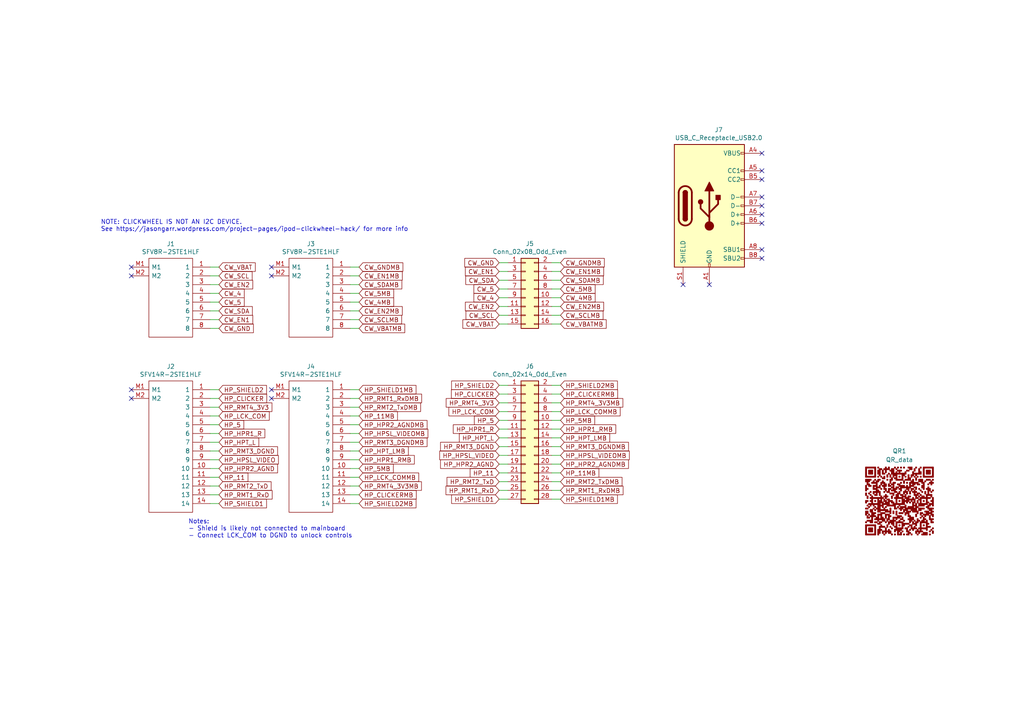
<source format=kicad_sch>
(kicad_sch (version 20211123) (generator eeschema)
  (paper "A4")
  (title_block (title "iPod 4th Gen Clickwheel Breakout") (date "${DATE}") (rev "${REVISION}"))
  (lib_symbols
    (symbol "Connector:USB_C_Receptacle_USB2.0" (pin_names (offset 1.016))
      (property "Reference" "J" (at -10.16 19.05 0))
      (property "Value" "USB_C_Receptacle_USB2.0" (at 19.05 19.05 0))
      (symbol "USB_C_Receptacle_USB2.0_1_1"
        (pin passive line (at 0 -22.86 90) (length 5.08) (name "GND") (number "A1"))
        (pin passive line (at 0 -22.86 90) (length 5.08) hide (name "GND") (number "A12"))
        (pin passive line (at 15.24 15.24 180) (length 5.08) (name "VBUS") (number "A4"))
        (pin bidirectional line (at 15.24 10.16 180) (length 5.08) (name "CC1") (number "A5"))
        (pin bidirectional line (at 15.24 -2.54 180) (length 5.08) (name "D+") (number "A6"))
        (pin bidirectional line (at 15.24 2.54 180) (length 5.08) (name "D-") (number "A7"))
        (pin bidirectional line (at 15.24 -12.7 180) (length 5.08) (name "SBU1") (number "A8"))
        (pin passive line (at 15.24 15.24 180) (length 5.08) hide (name "VBUS") (number "A9"))
        (pin passive line (at 0 -22.86 90) (length 5.08) hide (name "GND") (number "B1"))
        (pin passive line (at 0 -22.86 90) (length 5.08) hide (name "GND") (number "B12"))
        (pin passive line (at 15.24 15.24 180) (length 5.08) hide (name "VBUS") (number "B4"))
        (pin bidirectional line (at 15.24 7.62 180) (length 5.08) (name "CC2") (number "B5"))
        (pin bidirectional line (at 15.24 -5.08 180) (length 5.08) (name "D+") (number "B6"))
        (pin bidirectional line (at 15.24 0 180) (length 5.08) (name "D-") (number "B7"))
        (pin bidirectional line (at 15.24 -15.24 180) (length 5.08) (name "SBU2") (number "B8"))
        (pin passive line (at 15.24 15.24 180) (length 5.08) hide (name "VBUS") (number "B9"))
        (pin passive line (at -7.62 -22.86 90) (length 5.08) (name "SHIELD") (number "S1"))
      )
    )
    (symbol "Connector_Generic:Conn_02x08_Odd_Even" (pin_names (offset 1.016) hide)
      (property "Reference" "J" (at 1.27 10.16 0))
      (property "Value" "Conn_02x08_Odd_Even" (at 1.27 -12.7 0))
      (symbol "Conn_02x08_Odd_Even_1_1"
        (pin passive line (at -5.08 7.62 0) (length 3.81) (name "Pin_1") (number "1"))
        (pin passive line (at 7.62 -2.54 180) (length 3.81) (name "Pin_10") (number "10"))
        (pin passive line (at -5.08 -5.08 0) (length 3.81) (name "Pin_11") (number "11"))
        (pin passive line (at 7.62 -5.08 180) (length 3.81) (name "Pin_12") (number "12"))
        (pin passive line (at -5.08 -7.62 0) (length 3.81) (name "Pin_13") (number "13"))
        (pin passive line (at 7.62 -7.62 180) (length 3.81) (name "Pin_14") (number "14"))
        (pin passive line (at -5.08 -10.16 0) (length 3.81) (name "Pin_15") (number "15"))
        (pin passive line (at 7.62 -10.16 180) (length 3.81) (name "Pin_16") (number "16"))
        (pin passive line (at 7.62 7.62 180) (length 3.81) (name "Pin_2") (number "2"))
        (pin passive line (at -5.08 5.08 0) (length 3.81) (name "Pin_3") (number "3"))
        (pin passive line (at 7.62 5.08 180) (length 3.81) (name "Pin_4") (number "4"))
        (pin passive line (at -5.08 2.54 0) (length 3.81) (name "Pin_5") (number "5"))
        (pin passive line (at 7.62 2.54 180) (length 3.81) (name "Pin_6") (number "6"))
        (pin passive line (at -5.08 0 0) (length 3.81) (name "Pin_7") (number "7"))
        (pin passive line (at 7.62 0 180) (length 3.81) (name "Pin_8") (number "8"))
        (pin passive line (at -5.08 -2.54 0) (length 3.81) (name "Pin_9") (number "9"))
      )
    )
    (symbol "Connector_Generic:Conn_02x14_Odd_Even" (pin_names (offset 1.016) hide)
      (property "Reference" "J" (at 1.27 17.78 0))
      (property "Value" "Conn_02x14_Odd_Even" (at 1.27 -20.32 0))
      (symbol "Conn_02x14_Odd_Even_1_1"
        (pin passive line (at -5.08 15.24 0) (length 3.81) (name "Pin_1") (number "1"))
        (pin passive line (at 7.62 5.08 180) (length 3.81) (name "Pin_10") (number "10"))
        (pin passive line (at -5.08 2.54 0) (length 3.81) (name "Pin_11") (number "11"))
        (pin passive line (at 7.62 2.54 180) (length 3.81) (name "Pin_12") (number "12"))
        (pin passive line (at -5.08 0 0) (length 3.81) (name "Pin_13") (number "13"))
        (pin passive line (at 7.62 0 180) (length 3.81) (name "Pin_14") (number "14"))
        (pin passive line (at -5.08 -2.54 0) (length 3.81) (name "Pin_15") (number "15"))
        (pin passive line (at 7.62 -2.54 180) (length 3.81) (name "Pin_16") (number "16"))
        (pin passive line (at -5.08 -5.08 0) (length 3.81) (name "Pin_17") (number "17"))
        (pin passive line (at 7.62 -5.08 180) (length 3.81) (name "Pin_18") (number "18"))
        (pin passive line (at -5.08 -7.62 0) (length 3.81) (name "Pin_19") (number "19"))
        (pin passive line (at 7.62 15.24 180) (length 3.81) (name "Pin_2") (number "2"))
        (pin passive line (at 7.62 -7.62 180) (length 3.81) (name "Pin_20") (number "20"))
        (pin passive line (at -5.08 -10.16 0) (length 3.81) (name "Pin_21") (number "21"))
        (pin passive line (at 7.62 -10.16 180) (length 3.81) (name "Pin_22") (number "22"))
        (pin passive line (at -5.08 -12.7 0) (length 3.81) (name "Pin_23") (number "23"))
        (pin passive line (at 7.62 -12.7 180) (length 3.81) (name "Pin_24") (number "24"))
        (pin passive line (at -5.08 -15.24 0) (length 3.81) (name "Pin_25") (number "25"))
        (pin passive line (at 7.62 -15.24 180) (length 3.81) (name "Pin_26") (number "26"))
        (pin passive line (at -5.08 -17.78 0) (length 3.81) (name "Pin_27") (number "27"))
        (pin passive line (at 7.62 -17.78 180) (length 3.81) (name "Pin_28") (number "28"))
        (pin passive line (at -5.08 12.7 0) (length 3.81) (name "Pin_3") (number "3"))
        (pin passive line (at 7.62 12.7 180) (length 3.81) (name "Pin_4") (number "4"))
        (pin passive line (at -5.08 10.16 0) (length 3.81) (name "Pin_5") (number "5"))
        (pin passive line (at 7.62 10.16 180) (length 3.81) (name "Pin_6") (number "6"))
        (pin passive line (at -5.08 7.62 0) (length 3.81) (name "Pin_7") (number "7"))
        (pin passive line (at 7.62 7.62 180) (length 3.81) (name "Pin_8") (number "8"))
        (pin passive line (at -5.08 5.08 0) (length 3.81) (name "Pin_9") (number "9"))
      )
    )
    (symbol "QR:QR_data" (pin_numbers hide) (pin_names hide) (in_bom no)
      (property "Reference" "#QR" (at 0 11.25 0))
      (property "Value" "QR_data" (at 0 -11.25 0))
    )
    (symbol "gigahawk:SFV14R-2STE1HLF" (pin_names (offset 0.762))
      (property "Reference" "J" (at 19.05 7.62 0))
      (property "Value" "SFV14R-2STE1HLF" (at 19.05 5.08 0))
      (symbol "SFV14R-2STE1HLF_0_0"
        (pin passive line (at 22.86 0 180) (length 5.08) (name "1") (number "1"))
        (pin passive line (at 22.86 -22.86 180) (length 5.08) (name "10") (number "10"))
        (pin passive line (at 22.86 -25.4 180) (length 5.08) (name "11") (number "11"))
        (pin passive line (at 22.86 -27.94 180) (length 5.08) (name "12") (number "12"))
        (pin passive line (at 22.86 -30.48 180) (length 5.08) (name "13") (number "13"))
        (pin passive line (at 22.86 -33.02 180) (length 5.08) (name "14") (number "14"))
        (pin passive line (at 22.86 -2.54 180) (length 5.08) (name "2") (number "2"))
        (pin passive line (at 22.86 -5.08 180) (length 5.08) (name "3") (number "3"))
        (pin passive line (at 22.86 -7.62 180) (length 5.08) (name "4") (number "4"))
        (pin passive line (at 22.86 -10.16 180) (length 5.08) (name "5") (number "5"))
        (pin passive line (at 22.86 -12.7 180) (length 5.08) (name "6") (number "6"))
        (pin passive line (at 22.86 -15.24 180) (length 5.08) (name "7") (number "7"))
        (pin passive line (at 22.86 -17.78 180) (length 5.08) (name "8") (number "8"))
        (pin passive line (at 22.86 -20.32 180) (length 5.08) (name "9") (number "9"))
        (pin passive line (at 0 0 0) (length 5.08) (name "M1") (number "M1"))
        (pin passive line (at 0 -2.54 0) (length 5.08) (name "M2") (number "M2"))
      )
    )
    (symbol "gigahawk:SFV8R-2STE1HLF" (pin_names (offset 0.762))
      (property "Reference" "J" (at 19.05 7.62 0))
      (property "Value" "SFV8R-2STE1HLF" (at 19.05 5.08 0))
      (symbol "SFV8R-2STE1HLF_0_0"
        (pin passive line (at 22.86 0 180) (length 5.08) (name "1") (number "1"))
        (pin passive line (at 22.86 -2.54 180) (length 5.08) (name "2") (number "2"))
        (pin passive line (at 22.86 -5.08 180) (length 5.08) (name "3") (number "3"))
        (pin passive line (at 22.86 -7.62 180) (length 5.08) (name "4") (number "4"))
        (pin passive line (at 22.86 -10.16 180) (length 5.08) (name "5") (number "5"))
        (pin passive line (at 22.86 -12.7 180) (length 5.08) (name "6") (number "6"))
        (pin passive line (at 22.86 -15.24 180) (length 5.08) (name "7") (number "7"))
        (pin passive line (at 22.86 -17.78 180) (length 5.08) (name "8") (number "8"))
        (pin passive line (at 0 0 0) (length 5.08) (name "M1") (number "M1"))
        (pin passive line (at 0 -2.54 0) (length 5.08) (name "M2") (number "M2"))
      )
    )
  )
  (no_connect (at 78.74 77.47))
  (no_connect (at 78.74 80.01))
  (no_connect (at 38.1 113.03))
  (no_connect (at 220.98 62.23))
  (no_connect (at 220.98 72.39))
  (no_connect (at 220.98 57.15))
  (no_connect (at 220.98 74.93))
  (no_connect (at 38.1 77.47))
  (no_connect (at 78.74 113.03))
  (no_connect (at 198.12 82.55))
  (no_connect (at 38.1 115.57))
  (no_connect (at 205.74 82.55))
  (no_connect (at 220.98 52.07))
  (no_connect (at 220.98 59.69))
  (no_connect (at 220.98 49.53))
  (no_connect (at 78.74 115.57))
  (no_connect (at 220.98 64.77))
  (no_connect (at 220.98 44.45))
  (no_connect (at 38.1 80.01))
  (wire (pts (xy 60.96 90.17) (xy 63.5 90.17)))
  (wire (pts (xy 60.96 146.05) (xy 63.5 146.05)))
  (wire (pts (xy 60.96 135.89) (xy 63.5 135.89)))
  (wire (pts (xy 160.02 114.3) (xy 162.56 114.3)))
  (wire (pts (xy 60.96 143.51) (xy 63.5 143.51)))
  (wire (pts (xy 101.6 85.09) (xy 104.14 85.09)))
  (wire (pts (xy 147.32 132.08) (xy 144.78 132.08)))
  (wire (pts (xy 160.02 116.84) (xy 162.56 116.84)))
  (wire (pts (xy 101.6 90.17) (xy 104.14 90.17)))
  (wire (pts (xy 101.6 125.73) (xy 104.14 125.73)))
  (wire (pts (xy 101.6 123.19) (xy 104.14 123.19)))
  (wire (pts (xy 147.32 114.3) (xy 144.78 114.3)))
  (wire (pts (xy 101.6 143.51) (xy 104.14 143.51)))
  (wire (pts (xy 160.02 132.08) (xy 162.56 132.08)))
  (wire (pts (xy 101.6 128.27) (xy 104.14 128.27)))
  (wire (pts (xy 147.32 121.92) (xy 144.78 121.92)))
  (wire (pts (xy 101.6 130.81) (xy 104.14 130.81)))
  (wire (pts (xy 147.32 137.16) (xy 144.78 137.16)))
  (wire (pts (xy 147.32 129.54) (xy 144.78 129.54)))
  (wire (pts (xy 101.6 133.35) (xy 104.14 133.35)))
  (wire (pts (xy 60.96 130.81) (xy 63.5 130.81)))
  (wire (pts (xy 160.02 144.78) (xy 162.56 144.78)))
  (wire (pts (xy 60.96 140.97) (xy 63.5 140.97)))
  (wire (pts (xy 160.02 137.16) (xy 162.56 137.16)))
  (wire (pts (xy 60.96 92.71) (xy 63.5 92.71)))
  (wire (pts (xy 147.32 78.74) (xy 144.78 78.74)))
  (wire (pts (xy 147.32 134.62) (xy 144.78 134.62)))
  (wire (pts (xy 101.6 113.03) (xy 104.14 113.03)))
  (wire (pts (xy 60.96 80.01) (xy 63.5 80.01)))
  (wire (pts (xy 60.96 118.11) (xy 63.5 118.11)))
  (wire (pts (xy 147.32 91.44) (xy 144.78 91.44)))
  (wire (pts (xy 147.32 76.2) (xy 144.78 76.2)))
  (wire (pts (xy 147.32 83.82) (xy 144.78 83.82)))
  (wire (pts (xy 60.96 85.09) (xy 63.5 85.09)))
  (wire (pts (xy 147.32 127) (xy 144.78 127)))
  (wire (pts (xy 160.02 129.54) (xy 162.56 129.54)))
  (wire (pts (xy 101.6 87.63) (xy 104.14 87.63)))
  (wire (pts (xy 101.6 138.43) (xy 104.14 138.43)))
  (wire (pts (xy 147.32 116.84) (xy 144.78 116.84)))
  (wire (pts (xy 160.02 81.28) (xy 162.56 81.28)))
  (wire (pts (xy 101.6 146.05) (xy 104.14 146.05)))
  (wire (pts (xy 147.32 119.38) (xy 144.78 119.38)))
  (wire (pts (xy 60.96 115.57) (xy 63.5 115.57)))
  (wire (pts (xy 60.96 133.35) (xy 63.5 133.35)))
  (wire (pts (xy 101.6 140.97) (xy 104.14 140.97)))
  (wire (pts (xy 147.32 139.7) (xy 144.78 139.7)))
  (wire (pts (xy 160.02 119.38) (xy 162.56 119.38)))
  (wire (pts (xy 147.32 88.9) (xy 144.78 88.9)))
  (wire (pts (xy 160.02 111.76) (xy 162.56 111.76)))
  (wire (pts (xy 160.02 88.9) (xy 162.56 88.9)))
  (wire (pts (xy 60.96 87.63) (xy 63.5 87.63)))
  (wire (pts (xy 60.96 120.65) (xy 63.5 120.65)))
  (wire (pts (xy 160.02 93.98) (xy 162.56 93.98)))
  (wire (pts (xy 60.96 128.27) (xy 63.5 128.27)))
  (wire (pts (xy 60.96 82.55) (xy 63.5 82.55)))
  (wire (pts (xy 147.32 93.98) (xy 144.78 93.98)))
  (wire (pts (xy 147.32 142.24) (xy 144.78 142.24)))
  (wire (pts (xy 101.6 115.57) (xy 104.14 115.57)))
  (wire (pts (xy 60.96 125.73) (xy 63.5 125.73)))
  (wire (pts (xy 101.6 118.11) (xy 104.14 118.11)))
  (wire (pts (xy 101.6 120.65) (xy 104.14 120.65)))
  (wire (pts (xy 160.02 127) (xy 162.56 127)))
  (wire (pts (xy 147.32 86.36) (xy 144.78 86.36)))
  (wire (pts (xy 160.02 76.2) (xy 162.56 76.2)))
  (wire (pts (xy 60.96 113.03) (xy 63.5 113.03)))
  (wire (pts (xy 60.96 138.43) (xy 63.5 138.43)))
  (wire (pts (xy 160.02 139.7) (xy 162.56 139.7)))
  (wire (pts (xy 160.02 142.24) (xy 162.56 142.24)))
  (wire (pts (xy 160.02 134.62) (xy 162.56 134.62)))
  (wire (pts (xy 101.6 95.25) (xy 104.14 95.25)))
  (wire (pts (xy 101.6 77.47) (xy 104.14 77.47)))
  (wire (pts (xy 147.32 144.78) (xy 144.78 144.78)))
  (wire (pts (xy 160.02 121.92) (xy 162.56 121.92)))
  (wire (pts (xy 147.32 81.28) (xy 144.78 81.28)))
  (wire (pts (xy 60.96 77.47) (xy 63.5 77.47)))
  (wire (pts (xy 147.32 124.46) (xy 144.78 124.46)))
  (wire (pts (xy 160.02 91.44) (xy 162.56 91.44)))
  (wire (pts (xy 60.96 123.19) (xy 63.5 123.19)))
  (wire (pts (xy 160.02 83.82) (xy 162.56 83.82)))
  (wire (pts (xy 101.6 82.55) (xy 104.14 82.55)))
  (wire (pts (xy 160.02 86.36) (xy 162.56 86.36)))
  (wire (pts (xy 160.02 124.46) (xy 162.56 124.46)))
  (wire (pts (xy 101.6 135.89) (xy 104.14 135.89)))
  (wire (pts (xy 101.6 80.01) (xy 104.14 80.01)))
  (wire (pts (xy 60.96 95.25) (xy 63.5 95.25)))
  (wire (pts (xy 160.02 78.74) (xy 162.56 78.74)))
  (wire (pts (xy 101.6 92.71) (xy 104.14 92.71)))
  (wire (pts (xy 147.32 111.76) (xy 144.78 111.76)))
  (text "NOTE: CLICKWHEEL IS NOT AN I2C DEVICE.\nSee https://jasongarr.wordpress.com/project-pages/ipod-clickwheel-hack/ for more info" (at 29.21 67.31 0) (effects (font (size 1.27 1.27)) (justify left bottom)))
  (text "Notes: \n- Shield is likely not connected to mainboard\n- Connect LCK_COM to DGND to unlock controls" (at 54.61 156.21 0) (effects (font (size 1.27 1.27)) (justify left bottom)))
  (global_label "CW_5" (shape input) (at 144.78 83.82 180) (property "Intersheet References" "${INTERSHEET_REFS}" (effects hide)))
  (global_label "HP_11MB" (shape input) (at 162.56 137.16 0) (property "Intersheet References" "${INTERSHEET_REFS}" (effects hide)))
  (global_label "CW_5MB" (shape input) (at 162.56 83.82 0) (property "Intersheet References" "${INTERSHEET_REFS}" (effects hide)))
  (global_label "CW_EN2" (shape input) (at 144.78 88.9 180) (property "Intersheet References" "${INTERSHEET_REFS}" (effects hide)))
  (global_label "HP_HPR1_R" (shape input) (at 63.5 125.73 0) (property "Intersheet References" "${INTERSHEET_REFS}" (effects hide)))
  (global_label "HP_HPT_L" (shape input) (at 144.78 127 180) (property "Intersheet References" "${INTERSHEET_REFS}" (effects hide)))
  (global_label "HP_RMT2_TxDMB" (shape input) (at 162.56 139.7 0) (property "Intersheet References" "${INTERSHEET_REFS}" (effects hide)))
  (global_label "CW_SCL" (shape input) (at 144.78 91.44 180) (property "Intersheet References" "${INTERSHEET_REFS}" (effects hide)))
  (global_label "CW_SDA" (shape input) (at 63.5 90.17 0) (property "Intersheet References" "${INTERSHEET_REFS}" (effects hide)))
  (global_label "CW_EN1" (shape input) (at 144.78 78.74 180) (property "Intersheet References" "${INTERSHEET_REFS}" (effects hide)))
  (global_label "HP_11MB" (shape input) (at 104.14 120.65 0) (property "Intersheet References" "${INTERSHEET_REFS}" (effects hide)))
  (global_label "HP_RMT1_RxD" (shape input) (at 63.5 143.51 0) (property "Intersheet References" "${INTERSHEET_REFS}" (effects hide)))
  (global_label "CW_4MB" (shape input) (at 162.56 86.36 0) (property "Intersheet References" "${INTERSHEET_REFS}" (effects hide)))
  (global_label "HP_HPR1_RMB" (shape input) (at 162.56 124.46 0) (property "Intersheet References" "${INTERSHEET_REFS}" (effects hide)))
  (global_label "HP_LCK_COM" (shape input) (at 144.78 119.38 180) (property "Intersheet References" "${INTERSHEET_REFS}" (effects hide)))
  (global_label "HP_SHIELD2MB" (shape input) (at 162.56 111.76 0) (property "Intersheet References" "${INTERSHEET_REFS}" (effects hide)))
  (global_label "HP_HPSL_VIDEO" (shape input) (at 63.5 133.35 0) (property "Intersheet References" "${INTERSHEET_REFS}" (effects hide)))
  (global_label "CW_4" (shape input) (at 63.5 85.09 0) (property "Intersheet References" "${INTERSHEET_REFS}" (effects hide)))
  (global_label "CW_EN2MB" (shape input) (at 162.56 88.9 0) (property "Intersheet References" "${INTERSHEET_REFS}" (effects hide)))
  (global_label "CW_SDAMB" (shape input) (at 104.14 82.55 0) (property "Intersheet References" "${INTERSHEET_REFS}" (effects hide)))
  (global_label "CW_EN1MB" (shape input) (at 162.56 78.74 0) (property "Intersheet References" "${INTERSHEET_REFS}" (effects hide)))
  (global_label "CW_GND" (shape input) (at 63.5 95.25 0) (property "Intersheet References" "${INTERSHEET_REFS}" (effects hide)))
  (global_label "HP_HPR2_AGND" (shape input) (at 63.5 135.89 0) (property "Intersheet References" "${INTERSHEET_REFS}" (effects hide)))
  (global_label "CW_SDA" (shape input) (at 144.78 81.28 180) (property "Intersheet References" "${INTERSHEET_REFS}" (effects hide)))
  (global_label "CW_VBAT" (shape input) (at 144.78 93.98 180) (property "Intersheet References" "${INTERSHEET_REFS}" (effects hide)))
  (global_label "HP_HPR1_R" (shape input) (at 144.78 124.46 180) (property "Intersheet References" "${INTERSHEET_REFS}" (effects hide)))
  (global_label "HP_RMT4_3V3" (shape input) (at 144.78 116.84 180) (property "Intersheet References" "${INTERSHEET_REFS}" (effects hide)))
  (global_label "CW_VBAT" (shape input) (at 63.5 77.47 0) (property "Intersheet References" "${INTERSHEET_REFS}" (effects hide)))
  (global_label "HP_RMT3_DGND" (shape input) (at 144.78 129.54 180) (property "Intersheet References" "${INTERSHEET_REFS}" (effects hide)))
  (global_label "HP_SHIELD1MB" (shape input) (at 104.14 113.03 0) (property "Intersheet References" "${INTERSHEET_REFS}" (effects hide)))
  (global_label "HP_RMT1_RxDMB" (shape input) (at 104.14 115.57 0) (property "Intersheet References" "${INTERSHEET_REFS}" (effects hide)))
  (global_label "CW_EN1MB" (shape input) (at 104.14 80.01 0) (property "Intersheet References" "${INTERSHEET_REFS}" (effects hide)))
  (global_label "CW_4MB" (shape input) (at 104.14 87.63 0) (property "Intersheet References" "${INTERSHEET_REFS}" (effects hide)))
  (global_label "HP_RMT4_3V3MB" (shape input) (at 104.14 140.97 0) (property "Intersheet References" "${INTERSHEET_REFS}" (effects hide)))
  (global_label "HP_HPR2_AGNDMB" (shape input) (at 104.14 123.19 0) (property "Intersheet References" "${INTERSHEET_REFS}" (effects hide)))
  (global_label "CW_SDAMB" (shape input) (at 162.56 81.28 0) (property "Intersheet References" "${INTERSHEET_REFS}" (effects hide)))
  (global_label "HP_HPSL_VIDEOMB" (shape input) (at 104.14 125.73 0) (property "Intersheet References" "${INTERSHEET_REFS}" (effects hide)))
  (global_label "HP_RMT2_TxD" (shape input) (at 144.78 139.7 180) (property "Intersheet References" "${INTERSHEET_REFS}" (effects hide)))
  (global_label "HP_CLICKERMB" (shape input) (at 104.14 143.51 0) (property "Intersheet References" "${INTERSHEET_REFS}" (effects hide)))
  (global_label "HP_11" (shape input) (at 63.5 138.43 0) (property "Intersheet References" "${INTERSHEET_REFS}" (effects hide)))
  (global_label "HP_HPSL_VIDEO" (shape input) (at 144.78 132.08 180) (property "Intersheet References" "${INTERSHEET_REFS}" (effects hide)))
  (global_label "HP_RMT1_RxDMB" (shape input) (at 162.56 142.24 0) (property "Intersheet References" "${INTERSHEET_REFS}" (effects hide)))
  (global_label "HP_SHIELD1" (shape input) (at 63.5 146.05 0) (property "Intersheet References" "${INTERSHEET_REFS}" (effects hide)))
  (global_label "CW_SCL" (shape input) (at 63.5 80.01 0) (property "Intersheet References" "${INTERSHEET_REFS}" (effects hide)))
  (global_label "HP_5MB" (shape input) (at 104.14 135.89 0) (property "Intersheet References" "${INTERSHEET_REFS}" (effects hide)))
  (global_label "HP_RMT2_TxD" (shape input) (at 63.5 140.97 0) (property "Intersheet References" "${INTERSHEET_REFS}" (effects hide)))
  (global_label "HP_SHIELD1MB" (shape input) (at 162.56 144.78 0) (property "Intersheet References" "${INTERSHEET_REFS}" (effects hide)))
  (global_label "CW_GNDMB" (shape input) (at 162.56 76.2 0) (property "Intersheet References" "${INTERSHEET_REFS}" (effects hide)))
  (global_label "HP_HPT_LMB" (shape input) (at 162.56 127 0) (property "Intersheet References" "${INTERSHEET_REFS}" (effects hide)))
  (global_label "CW_SCLMB" (shape input) (at 104.14 92.71 0) (property "Intersheet References" "${INTERSHEET_REFS}" (effects hide)))
  (global_label "CW_VBATMB" (shape input) (at 162.56 93.98 0) (property "Intersheet References" "${INTERSHEET_REFS}" (effects hide)))
  (global_label "HP_RMT4_3V3" (shape input) (at 63.5 118.11 0) (property "Intersheet References" "${INTERSHEET_REFS}" (effects hide)))
  (global_label "CW_EN2" (shape input) (at 63.5 82.55 0) (property "Intersheet References" "${INTERSHEET_REFS}" (effects hide)))
  (global_label "HP_SHIELD1" (shape input) (at 144.78 144.78 180) (property "Intersheet References" "${INTERSHEET_REFS}" (effects hide)))
  (global_label "CW_5" (shape input) (at 63.5 87.63 0) (property "Intersheet References" "${INTERSHEET_REFS}" (effects hide)))
  (global_label "HP_HPR2_AGND" (shape input) (at 144.78 134.62 180) (property "Intersheet References" "${INTERSHEET_REFS}" (effects hide)))
  (global_label "HP_HPSL_VIDEOMB" (shape input) (at 162.56 132.08 0) (property "Intersheet References" "${INTERSHEET_REFS}" (effects hide)))
  (global_label "HP_CLICKER" (shape input) (at 63.5 115.57 0) (property "Intersheet References" "${INTERSHEET_REFS}" (effects hide)))
  (global_label "HP_RMT4_3V3MB" (shape input) (at 162.56 116.84 0) (property "Intersheet References" "${INTERSHEET_REFS}" (effects hide)))
  (global_label "HP_RMT2_TxDMB" (shape input) (at 104.14 118.11 0) (property "Intersheet References" "${INTERSHEET_REFS}" (effects hide)))
  (global_label "CW_GNDMB" (shape input) (at 104.14 77.47 0) (property "Intersheet References" "${INTERSHEET_REFS}" (effects hide)))
  (global_label "HP_5MB" (shape input) (at 162.56 121.92 0) (property "Intersheet References" "${INTERSHEET_REFS}" (effects hide)))
  (global_label "HP_CLICKER" (shape input) (at 144.78 114.3 180) (property "Intersheet References" "${INTERSHEET_REFS}" (effects hide)))
  (global_label "HP_5" (shape input) (at 144.78 121.92 180) (property "Intersheet References" "${INTERSHEET_REFS}" (effects hide)))
  (global_label "HP_RMT1_RxD" (shape input) (at 144.78 142.24 180) (property "Intersheet References" "${INTERSHEET_REFS}" (effects hide)))
  (global_label "HP_LCK_COMMB" (shape input) (at 104.14 138.43 0) (property "Intersheet References" "${INTERSHEET_REFS}" (effects hide)))
  (global_label "HP_SHIELD2" (shape input) (at 63.5 113.03 0) (property "Intersheet References" "${INTERSHEET_REFS}" (effects hide)))
  (global_label "HP_HPR1_RMB" (shape input) (at 104.14 133.35 0) (property "Intersheet References" "${INTERSHEET_REFS}" (effects hide)))
  (global_label "HP_RMT3_DGNDMB" (shape input) (at 162.56 129.54 0) (property "Intersheet References" "${INTERSHEET_REFS}" (effects hide)))
  (global_label "HP_HPT_L" (shape input) (at 63.5 128.27 0) (property "Intersheet References" "${INTERSHEET_REFS}" (effects hide)))
  (global_label "CW_EN2MB" (shape input) (at 104.14 90.17 0) (property "Intersheet References" "${INTERSHEET_REFS}" (effects hide)))
  (global_label "HP_11" (shape input) (at 144.78 137.16 180) (property "Intersheet References" "${INTERSHEET_REFS}" (effects hide)))
  (global_label "HP_RMT3_DGNDMB" (shape input) (at 104.14 128.27 0) (property "Intersheet References" "${INTERSHEET_REFS}" (effects hide)))
  (global_label "CW_SCLMB" (shape input) (at 162.56 91.44 0) (property "Intersheet References" "${INTERSHEET_REFS}" (effects hide)))
  (global_label "CW_4" (shape input) (at 144.78 86.36 180) (property "Intersheet References" "${INTERSHEET_REFS}" (effects hide)))
  (global_label "HP_LCK_COM" (shape input) (at 63.5 120.65 0) (property "Intersheet References" "${INTERSHEET_REFS}" (effects hide)))
  (global_label "HP_HPR2_AGNDMB" (shape input) (at 162.56 134.62 0) (property "Intersheet References" "${INTERSHEET_REFS}" (effects hide)))
  (global_label "HP_CLICKERMB" (shape input) (at 162.56 114.3 0) (property "Intersheet References" "${INTERSHEET_REFS}" (effects hide)))
  (global_label "HP_HPT_LMB" (shape input) (at 104.14 130.81 0) (property "Intersheet References" "${INTERSHEET_REFS}" (effects hide)))
  (global_label "HP_LCK_COMMB" (shape input) (at 162.56 119.38 0) (property "Intersheet References" "${INTERSHEET_REFS}" (effects hide)))
  (global_label "CW_5MB" (shape input) (at 104.14 85.09 0) (property "Intersheet References" "${INTERSHEET_REFS}" (effects hide)))
  (global_label "CW_VBATMB" (shape input) (at 104.14 95.25 0) (property "Intersheet References" "${INTERSHEET_REFS}" (effects hide)))
  (global_label "HP_RMT3_DGND" (shape input) (at 63.5 130.81 0) (property "Intersheet References" "${INTERSHEET_REFS}" (effects hide)))
  (global_label "CW_GND" (shape input) (at 144.78 76.2 180) (property "Intersheet References" "${INTERSHEET_REFS}" (effects hide)))
  (global_label "HP_SHIELD2" (shape input) (at 144.78 111.76 180) (property "Intersheet References" "${INTERSHEET_REFS}" (effects hide)))
  (global_label "HP_SHIELD2MB" (shape input) (at 104.14 146.05 0) (property "Intersheet References" "${INTERSHEET_REFS}" (effects hide)))
  (global_label "HP_5" (shape input) (at 63.5 123.19 0) (property "Intersheet References" "${INTERSHEET_REFS}" (effects hide)))
  (global_label "CW_EN1" (shape input) (at 63.5 92.71 0) (property "Intersheet References" "${INTERSHEET_REFS}" (effects hide)))
  (symbol (lib_id "gigahawk:SFV14R-2STE1HLF") (at 38.1 113.03 0) (unit 1)
    (property "Reference" "J2" (at 49.53 106.299 0))
    (property "Value" "SFV14R-2STE1HLF" (at 49.53 108.6104 0))
    (property "Footprint" "Gigahawk:SFV14R2STE1HLF" (effects hide))
    (property "Datasheet" "https://cdn.amphenol-icc.com/media/wysiwyg/files/drawing/10112793.pdf" (effects hide))
    (property "Description" "FFC & FPC Connectors FFC/FPC CONN" (effects hide))
    (property "Height" "2" (effects hide))
    (property "Manufacturer_Name" "Amphenol" (effects hide))
    (property "Manufacturer_Part_Number" "SFV14R-2STE1HLF" (effects hide))
  )
  (symbol (lib_id "gigahawk:SFV8R-2STE1HLF") (at 38.1 77.47 0) (unit 1)
    (property "Reference" "J1" (at 49.53 70.739 0))
    (property "Value" "SFV8R-2STE1HLF" (at 49.53 73.0504 0))
    (property "Footprint" "Gigahawk:SFV8R2STE1HLF" (effects hide))
    (property "Datasheet" "https://cdn.amphenol-icc.com/media/wysiwyg/files/drawing/10112793.pdf" (effects hide))
    (property "Description" "FFC & FPC Connectors FFC/FPC CONN" (effects hide))
    (property "Height" "2" (effects hide))
    (property "Mouser Part Number" "649-SFV8R-2STE1HLF" (effects hide))
    (property "Mouser Price/Stock" "https://www.mouser.co.uk/ProductDetail/Amphenol-FCI/SFV8R-2STE1HLF?qs=SqJKR5Mmryfw9HHOb%2F1Fzg%3D%3D" (effects hide))
    (property "Manufacturer_Name" "Amphenol" (effects hide))
    (property "Manufacturer_Part_Number" "SFV8R-2STE1HLF" (effects hide))
  )
  (symbol (lib_id "gigahawk:SFV14R-2STE1HLF") (at 78.74 113.03 0) (unit 1)
    (property "Reference" "J4" (at 90.17 106.299 0))
    (property "Value" "SFV14R-2STE1HLF" (at 90.17 108.6104 0))
    (property "Footprint" "Gigahawk:SFV14R2STE1HLF" (effects hide))
    (property "Datasheet" "https://cdn.amphenol-icc.com/media/wysiwyg/files/drawing/10112793.pdf" (effects hide))
    (property "Description" "FFC & FPC Connectors FFC/FPC CONN" (effects hide))
    (property "Height" "2" (effects hide))
    (property "Manufacturer_Name" "Amphenol" (effects hide))
    (property "Manufacturer_Part_Number" "SFV14R-2STE1HLF" (effects hide))
  )
  (symbol (lib_id "gigahawk:SFV8R-2STE1HLF") (at 78.74 77.47 0) (unit 1)
    (property "Reference" "J3" (at 90.17 70.739 0))
    (property "Value" "SFV8R-2STE1HLF" (at 90.17 73.0504 0))
    (property "Footprint" "Gigahawk:SFV8R2STE1HLF" (effects hide))
    (property "Datasheet" "https://cdn.amphenol-icc.com/media/wysiwyg/files/drawing/10112793.pdf" (effects hide))
    (property "Description" "FFC & FPC Connectors FFC/FPC CONN" (effects hide))
    (property "Height" "2" (effects hide))
    (property "Mouser Part Number" "649-SFV8R-2STE1HLF" (effects hide))
    (property "Mouser Price/Stock" "https://www.mouser.co.uk/ProductDetail/Amphenol-FCI/SFV8R-2STE1HLF?qs=SqJKR5Mmryfw9HHOb%2F1Fzg%3D%3D" (effects hide))
    (property "Manufacturer_Name" "Amphenol" (effects hide))
    (property "Manufacturer_Part_Number" "SFV8R-2STE1HLF" (effects hide))
  )
  (symbol (lib_id "Connector_Generic:Conn_02x08_Odd_Even") (at 152.4 83.82 0) (unit 1)
    (property "Reference" "J5" (at 153.67 70.6882 0))
    (property "Value" "Conn_02x08_Odd_Even" (at 153.67 72.9996 0))
    (property "Footprint" "Connector_PinHeader_2.54mm:PinHeader_2x08_P2.54mm_Vertical" (effects hide))
  )
  (symbol (lib_id "Connector_Generic:Conn_02x14_Odd_Even") (at 152.4 127 0) (unit 1)
    (property "Reference" "J6" (at 153.67 106.2482 0))
    (property "Value" "Conn_02x14_Odd_Even" (at 153.67 108.5596 0))
    (property "Footprint" "Connector_PinHeader_2.54mm:PinHeader_2x14_P2.54mm_Vertical" (effects hide))
  )
  (symbol (lib_id "Connector:USB_C_Receptacle_USB2.0") (at 205.74 59.69 0) (unit 1)
    (property "Reference" "J7" (at 208.4578 37.6682 0))
    (property "Value" "USB_C_Receptacle_USB2.0" (at 208.4578 39.9796 0))
    (property "Footprint" "Gigahawk:USB_C_Receptacle_GCT_USB4085" (effects hide))
    (property "Datasheet" "https://www.usb.org/sites/default/files/documents/usb_type-c.zip" (effects hide))
  )
  (symbol (lib_id "QR:QR_data") (at 260.985 145.415 0) (unit 1) (in_bom no)
    (property "Reference" "QR1" (at 260.885 130.81 0))
    (property "Value" "QR_data" (at 260.885 133.35 0))
    (property "Footprint" "QR:QR_data" (effects hide))
    (property "qr_version" "7" (effects hide))
    (property "qr_size" "45" (effects hide))
    (property "qr_ecc" "0,1" (effects hide))
    (property "qr_mask" "3" (effects hide))
    (property "qr_text" "OOPSIE WOOPSIE!! Uwu We make a fucky wucky!! A wittle fucko boingo! The code monkeys at our headquarters are working VEWY HAWD to fix this!\n" (effects hide))
  )
)
</source>
